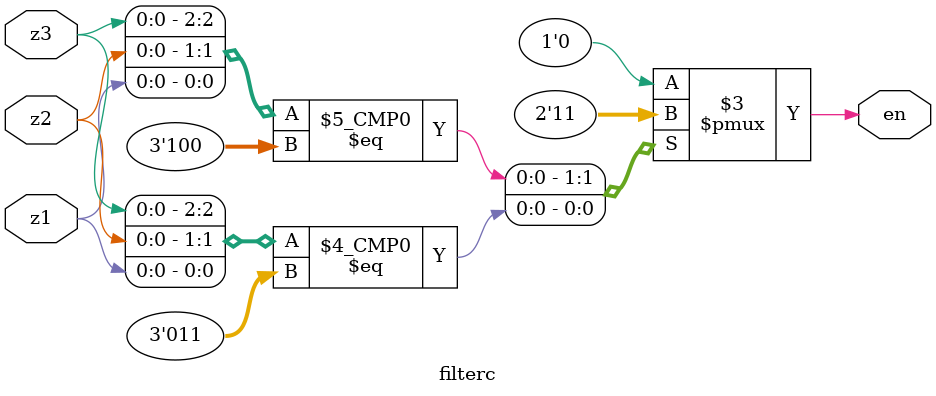
<source format=v>
module filterc(z3, z2, z1, en);
	input z3, z2, z1;
	output reg en;
	
	always@(*)
	begin
		case({z3, z2, z1})
		3'b100: en = 1;
		3'b011: en = 1;
		default: en = 0;
		endcase
	end
	
endmodule

</source>
